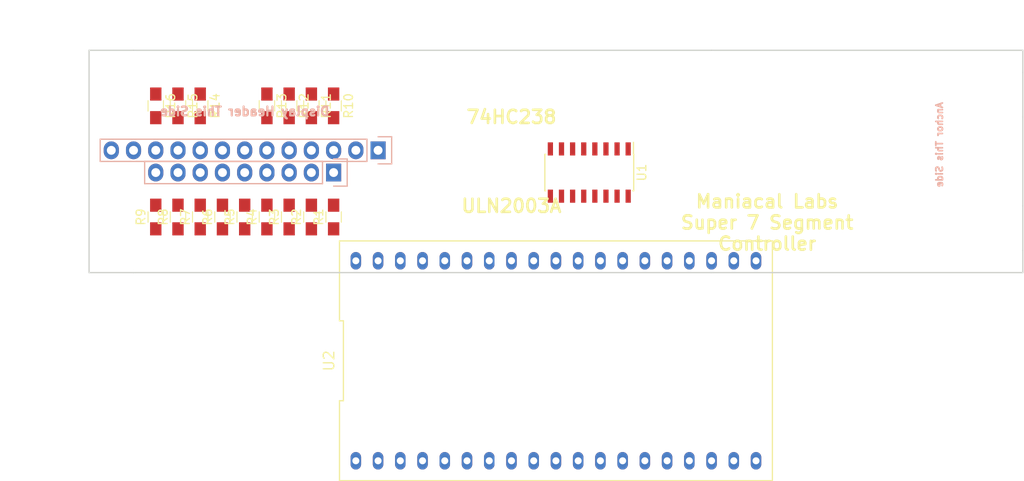
<source format=kicad_pcb>
(kicad_pcb (version 4) (host pcbnew 4.0.7)

  (general
    (links 46)
    (no_connects 46)
    (area 69.139999 53.264999 175.970001 78.815001)
    (thickness 1.6)
    (drawings 19)
    (tracks 0)
    (zones 0)
    (modules 20)
    (nets 62)
  )

  (page A3)
  (layers
    (0 F.Cu signal)
    (31 B.Cu signal)
    (32 B.Adhes user)
    (33 F.Adhes user)
    (34 B.Paste user)
    (35 F.Paste user)
    (36 B.SilkS user)
    (37 F.SilkS user)
    (38 B.Mask user)
    (39 F.Mask user)
    (40 Dwgs.User user)
    (41 Cmts.User user)
    (42 Eco1.User user)
    (43 Eco2.User user)
    (44 Edge.Cuts user)
    (45 Margin user)
    (46 B.CrtYd user hide)
    (47 F.CrtYd user hide)
    (48 B.Fab user)
    (49 F.Fab user)
  )

  (setup
    (last_trace_width 0.1524)
    (trace_clearance 0.1524)
    (zone_clearance 0.508)
    (zone_45_only no)
    (trace_min 0.1524)
    (segment_width 0.2)
    (edge_width 0.15)
    (via_size 0.6858)
    (via_drill 0.3302)
    (via_min_size 0.6858)
    (via_min_drill 0.3302)
    (uvia_size 0.2794)
    (uvia_drill 0.1016)
    (uvias_allowed no)
    (uvia_min_size 0.2794)
    (uvia_min_drill 0.1016)
    (pcb_text_width 0.3)
    (pcb_text_size 1.5 1.5)
    (mod_edge_width 0.15)
    (mod_text_size 1 1)
    (mod_text_width 0.15)
    (pad_size 1.7272 2.032)
    (pad_drill 1.016)
    (pad_to_mask_clearance 0.2)
    (aux_axis_origin 0 0)
    (grid_origin 277.495 172.72)
    (visible_elements 7FFFFF7F)
    (pcbplotparams
      (layerselection 0x010f0_80000001)
      (usegerberextensions false)
      (excludeedgelayer true)
      (linewidth 0.100000)
      (plotframeref false)
      (viasonmask false)
      (mode 1)
      (useauxorigin false)
      (hpglpennumber 1)
      (hpglpenspeed 20)
      (hpglpendiameter 15)
      (hpglpenoverlay 2)
      (psnegative false)
      (psa4output false)
      (plotreference true)
      (plotvalue true)
      (plotinvisibletext false)
      (padsonsilk false)
      (subtractmaskfromsilk false)
      (outputformat 1)
      (mirror false)
      (drillshape 0)
      (scaleselection 1)
      (outputdirectory gerber/))
  )

  (net 0 "")
  (net 1 GND)
  (net 2 VCC)
  (net 3 DC_1)
  (net 4 DC_2)
  (net 5 DC_3)
  (net 6 H_F1)
  (net 7 H_G1)
  (net 8 H_A1)
  (net 9 H_B1)
  (net 10 DC_4)
  (net 11 H_F2)
  (net 12 H_A2)
  (net 13 H_B2)
  (net 14 DC_5)
  (net 15 DC_6)
  (net 16 H_E1)
  (net 17 H_D1)
  (net 18 H_C1)
  (net 19 H_DP1)
  (net 20 H_E2)
  (net 21 H_D2)
  (net 22 H_G2)
  (net 23 H_C2)
  (net 24 H_DP2)
  (net 25 "Net-(U1-Pad9)")
  (net 26 "Net-(U1-Pad10)")
  (net 27 "Net-(R1-Pad1)")
  (net 28 "Net-(R2-Pad1)")
  (net 29 "Net-(R3-Pad1)")
  (net 30 "Net-(R4-Pad1)")
  (net 31 "Net-(R5-Pad1)")
  (net 32 "Net-(R6-Pad1)")
  (net 33 "Net-(R7-Pad1)")
  (net 34 "Net-(R8-Pad1)")
  (net 35 "Net-(R9-Pad1)")
  (net 36 "Net-(R10-Pad1)")
  (net 37 "Net-(R11-Pad1)")
  (net 38 "Net-(R12-Pad1)")
  (net 39 "Net-(R13-Pad1)")
  (net 40 "Net-(R14-Pad1)")
  (net 41 "Net-(R15-Pad1)")
  (net 42 "Net-(R16-Pad1)")
  (net 43 "Net-(U1-Pad1)")
  (net 44 "Net-(U1-Pad2)")
  (net 45 "Net-(U1-Pad3)")
  (net 46 "Net-(U1-Pad4)")
  (net 47 "Net-(U1-Pad5)")
  (net 48 "Net-(U1-Pad6)")
  (net 49 "Net-(U1-Pad7)")
  (net 50 "Net-(U2-Pad2)")
  (net 51 "Net-(U2-Pad3)")
  (net 52 "Net-(U2-Pad35)")
  (net 53 "Net-(U2-Pad4)")
  (net 54 "Net-(U2-Pad34)")
  (net 55 "Net-(U2-Pad16)")
  (net 56 "Net-(U2-Pad22)")
  (net 57 "Net-(U2-Pad17)")
  (net 58 "Net-(U2-Pad21)")
  (net 59 "Net-(U2-Pad18)")
  (net 60 "Net-(U2-Pad20)")
  (net 61 "Net-(U2-Pad19)")

  (net_class Default "This is the default net class."
    (clearance 0.1524)
    (trace_width 0.1524)
    (via_dia 0.6858)
    (via_drill 0.3302)
    (uvia_dia 0.2794)
    (uvia_drill 0.1016)
    (add_net H_A1)
    (add_net H_A2)
    (add_net H_B1)
    (add_net H_B2)
    (add_net H_C1)
    (add_net H_C2)
    (add_net H_D1)
    (add_net H_D2)
    (add_net H_DP1)
    (add_net H_DP2)
    (add_net H_E1)
    (add_net H_E2)
    (add_net H_F1)
    (add_net H_F2)
    (add_net H_G1)
    (add_net H_G2)
    (add_net "Net-(R1-Pad1)")
    (add_net "Net-(R10-Pad1)")
    (add_net "Net-(R11-Pad1)")
    (add_net "Net-(R12-Pad1)")
    (add_net "Net-(R13-Pad1)")
    (add_net "Net-(R14-Pad1)")
    (add_net "Net-(R15-Pad1)")
    (add_net "Net-(R16-Pad1)")
    (add_net "Net-(R2-Pad1)")
    (add_net "Net-(R3-Pad1)")
    (add_net "Net-(R4-Pad1)")
    (add_net "Net-(R5-Pad1)")
    (add_net "Net-(R6-Pad1)")
    (add_net "Net-(R7-Pad1)")
    (add_net "Net-(R8-Pad1)")
    (add_net "Net-(R9-Pad1)")
    (add_net "Net-(U1-Pad1)")
    (add_net "Net-(U1-Pad10)")
    (add_net "Net-(U1-Pad2)")
    (add_net "Net-(U1-Pad3)")
    (add_net "Net-(U1-Pad4)")
    (add_net "Net-(U1-Pad5)")
    (add_net "Net-(U1-Pad6)")
    (add_net "Net-(U1-Pad7)")
    (add_net "Net-(U1-Pad9)")
    (add_net "Net-(U2-Pad16)")
    (add_net "Net-(U2-Pad17)")
    (add_net "Net-(U2-Pad18)")
    (add_net "Net-(U2-Pad19)")
    (add_net "Net-(U2-Pad2)")
    (add_net "Net-(U2-Pad20)")
    (add_net "Net-(U2-Pad21)")
    (add_net "Net-(U2-Pad22)")
    (add_net "Net-(U2-Pad3)")
    (add_net "Net-(U2-Pad34)")
    (add_net "Net-(U2-Pad35)")
    (add_net "Net-(U2-Pad4)")
  )

  (net_class "LED Power" ""
    (clearance 0.1524)
    (trace_width 0.254)
    (via_dia 0.6858)
    (via_drill 0.3302)
    (uvia_dia 0.2794)
    (uvia_drill 0.1016)
    (add_net DC_1)
    (add_net DC_2)
    (add_net DC_3)
    (add_net DC_4)
    (add_net DC_5)
    (add_net DC_6)
    (add_net GND)
    (add_net VCC)
  )

  (module Socket_Strips:Socket_Strip_Straight_1x13 (layer B.Cu) (tedit 5867003D) (tstamp 58667358)
    (at 102.235 64.77 180)
    (descr "Through hole socket strip")
    (tags "socket strip")
    (path /5867A2A3)
    (fp_text reference P3 (at -2.54 0 180) (layer B.SilkS) hide
      (effects (font (size 1 1) (thickness 0.15)) (justify mirror))
    )
    (fp_text value CONN_01X13 (at 0 3.1 180) (layer B.Fab) hide
      (effects (font (size 1 1) (thickness 0.15)) (justify mirror))
    )
    (fp_line (start -1.75 1.75) (end -1.75 -1.75) (layer B.CrtYd) (width 0.05))
    (fp_line (start 32.25 1.75) (end 32.25 -1.75) (layer B.CrtYd) (width 0.05))
    (fp_line (start -1.75 1.75) (end 32.25 1.75) (layer B.CrtYd) (width 0.05))
    (fp_line (start -1.75 -1.75) (end 32.25 -1.75) (layer B.CrtYd) (width 0.05))
    (fp_line (start 1.27 1.27) (end 31.75 1.27) (layer B.SilkS) (width 0.15))
    (fp_line (start 31.75 1.27) (end 31.75 -1.27) (layer B.SilkS) (width 0.15))
    (fp_line (start 31.75 -1.27) (end 1.27 -1.27) (layer B.SilkS) (width 0.15))
    (fp_line (start -1.55 -1.55) (end 0 -1.55) (layer B.SilkS) (width 0.15))
    (fp_line (start 1.27 -1.27) (end 1.27 1.27) (layer B.SilkS) (width 0.15))
    (fp_line (start 0 1.55) (end -1.55 1.55) (layer B.SilkS) (width 0.15))
    (fp_line (start -1.55 1.55) (end -1.55 -1.55) (layer B.SilkS) (width 0.15))
    (pad 1 thru_hole rect (at 0 0 180) (size 1.7272 2.032) (drill 1.016) (layers *.Cu *.Mask)
      (net 3 DC_1))
    (pad 2 thru_hole oval (at 2.54 0 180) (size 1.7272 2.032) (drill 1.016) (layers *.Cu *.Mask)
      (net 4 DC_2))
    (pad 3 thru_hole oval (at 5.08 0 180) (size 1.7272 2.032) (drill 1.016) (layers *.Cu *.Mask)
      (net 6 H_F1))
    (pad 4 thru_hole oval (at 7.62 0 180) (size 1.7272 2.032) (drill 1.016) (layers *.Cu *.Mask)
      (net 7 H_G1))
    (pad 5 thru_hole oval (at 10.16 0 180) (size 1.7272 2.032) (drill 1.016) (layers *.Cu *.Mask)
      (net 8 H_A1))
    (pad 6 thru_hole oval (at 12.7 0 180) (size 1.7272 2.032) (drill 1.016) (layers *.Cu *.Mask)
      (net 9 H_B1))
    (pad 7 thru_hole oval (at 15.24 0 180) (size 1.7272 2.032) (drill 1.016) (layers *.Cu *.Mask)
      (net 5 DC_3))
    (pad 8 thru_hole oval (at 17.78 0 180) (size 1.7272 2.032) (drill 1.016) (layers *.Cu *.Mask)
      (net 10 DC_4))
    (pad 9 thru_hole oval (at 20.32 0 180) (size 1.7272 2.032) (drill 1.016) (layers *.Cu *.Mask)
      (net 11 H_F2))
    (pad 10 thru_hole oval (at 22.86 0 180) (size 1.7272 2.032) (drill 1.016) (layers *.Cu *.Mask)
      (net 12 H_A2))
    (pad 11 thru_hole oval (at 25.4 0 180) (size 1.7272 2.032) (drill 1.016) (layers *.Cu *.Mask)
      (net 13 H_B2))
    (pad 12 thru_hole oval (at 27.94 0 180) (size 1.7272 2.032) (drill 1.016) (layers *.Cu *.Mask)
      (net 14 DC_5))
    (pad 13 thru_hole oval (at 30.48 0 180) (size 1.7272 2.032) (drill 1.016) (layers *.Cu *.Mask)
      (net 15 DC_6))
    (model Socket_Strips.3dshapes/Socket_Strip_Straight_1x13.wrl
      (at (xyz 0.6 0 0))
      (scale (xyz 1 1 1))
      (rotate (xyz 0 0 180))
    )
  )

  (module Socket_Strips:Socket_Strip_Straight_1x09 (layer B.Cu) (tedit 58670035) (tstamp 58667370)
    (at 97.155 67.31 180)
    (descr "Through hole socket strip")
    (tags "socket strip")
    (path /5867A59F)
    (fp_text reference P4 (at -2.54 0 180) (layer B.SilkS) hide
      (effects (font (size 1 1) (thickness 0.15)) (justify mirror))
    )
    (fp_text value CONN_01X09 (at 0 3.1 180) (layer B.Fab) hide
      (effects (font (size 1 1) (thickness 0.15)) (justify mirror))
    )
    (fp_line (start -1.75 1.75) (end -1.75 -1.75) (layer B.CrtYd) (width 0.05))
    (fp_line (start 22.1 1.75) (end 22.1 -1.75) (layer B.CrtYd) (width 0.05))
    (fp_line (start -1.75 1.75) (end 22.1 1.75) (layer B.CrtYd) (width 0.05))
    (fp_line (start -1.75 -1.75) (end 22.1 -1.75) (layer B.CrtYd) (width 0.05))
    (fp_line (start 1.27 -1.27) (end 21.59 -1.27) (layer B.SilkS) (width 0.15))
    (fp_line (start 21.59 -1.27) (end 21.59 1.27) (layer B.SilkS) (width 0.15))
    (fp_line (start 21.59 1.27) (end 1.27 1.27) (layer B.SilkS) (width 0.15))
    (fp_line (start -1.55 -1.55) (end 0 -1.55) (layer B.SilkS) (width 0.15))
    (fp_line (start 1.27 -1.27) (end 1.27 1.27) (layer B.SilkS) (width 0.15))
    (fp_line (start 0 1.55) (end -1.55 1.55) (layer B.SilkS) (width 0.15))
    (fp_line (start -1.55 1.55) (end -1.55 -1.55) (layer B.SilkS) (width 0.15))
    (pad 1 thru_hole rect (at 0 0 180) (size 1.7272 2.032) (drill 1.016) (layers *.Cu *.Mask)
      (net 16 H_E1))
    (pad 2 thru_hole oval (at 2.54 0 180) (size 1.7272 2.032) (drill 1.016) (layers *.Cu *.Mask)
      (net 17 H_D1))
    (pad 3 thru_hole oval (at 5.08 0 180) (size 1.7272 2.032) (drill 1.016) (layers *.Cu *.Mask)
      (net 18 H_C1))
    (pad 4 thru_hole oval (at 7.62 0 180) (size 1.7272 2.032) (drill 1.016) (layers *.Cu *.Mask)
      (net 19 H_DP1))
    (pad 5 thru_hole oval (at 10.16 0 180) (size 1.7272 2.032) (drill 1.016) (layers *.Cu *.Mask)
      (net 20 H_E2))
    (pad 6 thru_hole oval (at 12.7 0 180) (size 1.7272 2.032) (drill 1.016) (layers *.Cu *.Mask)
      (net 21 H_D2))
    (pad 7 thru_hole oval (at 15.24 0 180) (size 1.7272 2.032) (drill 1.016) (layers *.Cu *.Mask)
      (net 22 H_G2))
    (pad 8 thru_hole oval (at 17.78 0 180) (size 1.7272 2.032) (drill 1.016) (layers *.Cu *.Mask)
      (net 23 H_C2))
    (pad 9 thru_hole oval (at 20.32 0 180) (size 1.7272 2.032) (drill 1.016) (layers *.Cu *.Mask)
      (net 24 H_DP2))
    (model Socket_Strips.3dshapes/Socket_Strip_Straight_1x09.wrl
      (at (xyz 0.4 0 0))
      (scale (xyz 1 1 1))
      (rotate (xyz 0 0 180))
    )
  )

  (module hiletgo_esp-wroom-32_development_board:hiletgo_esp-wroom-32_development_board (layer F.Cu) (tedit 5A7B7E1D) (tstamp 5A7C4F9D)
    (at 122.555 88.815001)
    (path /5A71DF56)
    (fp_text reference U2 (at -25.93 0 90) (layer F.SilkS)
      (effects (font (size 1.2 1.2) (thickness 0.15)))
    )
    (fp_text value HiLetgo_ESP-WROOM-32_Development_Board (at 0 0) (layer F.Fab)
      (effects (font (size 1.2 1.2) (thickness 0.15)))
    )
    (fp_line (start -24.73 13.694999) (end 24.73 13.695) (layer F.SilkS) (width 0.15))
    (fp_line (start 24.73 13.695) (end 24.73 -13.694999) (layer F.SilkS) (width 0.15))
    (fp_line (start 24.73 -13.694999) (end -24.73 -13.695) (layer F.SilkS) (width 0.15))
    (fp_line (start -24.73 -13.695) (end -24.73 -4.565) (layer F.SilkS) (width 0.15))
    (fp_line (start -24.73 -4.565) (end -24.28 -4.565) (layer F.SilkS) (width 0.15))
    (fp_line (start -24.28 -4.565) (end -24.28 4.564999) (layer F.SilkS) (width 0.15))
    (fp_line (start -24.28 4.564999) (end -24.73 4.564999) (layer F.SilkS) (width 0.15))
    (fp_line (start -24.73 4.564999) (end -24.73 13.694999) (layer F.SilkS) (width 0.15))
    (pad 38 thru_hole oval (at -22.86 -11.425) (size 1.2 2) (drill 0.8) (layers *.Cu *.Mask)
      (net 38 "Net-(R12-Pad1)"))
    (pad 1 thru_hole oval (at -22.86 11.425) (size 1.2 2) (drill 0.8) (layers *.Cu *.Mask)
      (net 2 VCC))
    (pad 37 thru_hole oval (at -20.32 -11.425) (size 1.2 2) (drill 0.8) (layers *.Cu *.Mask))
    (pad 2 thru_hole oval (at -20.32 11.425) (size 1.2 2) (drill 0.8) (layers *.Cu *.Mask)
      (net 50 "Net-(U2-Pad2)"))
    (pad 36 thru_hole oval (at -17.78 -11.425) (size 1.2 2) (drill 0.8) (layers *.Cu *.Mask)
      (net 39 "Net-(R13-Pad1)"))
    (pad 3 thru_hole oval (at -17.78 11.425) (size 1.2 2) (drill 0.8) (layers *.Cu *.Mask)
      (net 51 "Net-(U2-Pad3)"))
    (pad 35 thru_hole oval (at -15.24 -11.425) (size 1.2 2) (drill 0.8) (layers *.Cu *.Mask)
      (net 52 "Net-(U2-Pad35)"))
    (pad 4 thru_hole oval (at -15.24 11.425) (size 1.2 2) (drill 0.8) (layers *.Cu *.Mask)
      (net 53 "Net-(U2-Pad4)"))
    (pad 34 thru_hole oval (at -12.7 -11.425) (size 1.2 2) (drill 0.8) (layers *.Cu *.Mask)
      (net 54 "Net-(U2-Pad34)"))
    (pad 5 thru_hole oval (at -12.7 11.425) (size 1.2 2) (drill 0.8) (layers *.Cu *.Mask)
      (net 31 "Net-(R5-Pad1)"))
    (pad 33 thru_hole oval (at -10.16 -11.425) (size 1.2 2) (drill 0.8) (layers *.Cu *.Mask)
      (net 29 "Net-(R3-Pad1)"))
    (pad 6 thru_hole oval (at -10.16 11.425) (size 1.2 2) (drill 0.8) (layers *.Cu *.Mask)
      (net 40 "Net-(R14-Pad1)"))
    (pad 32 thru_hole oval (at -7.62 -11.425) (size 1.2 2) (drill 0.8) (layers *.Cu *.Mask)
      (net 1 GND))
    (pad 7 thru_hole oval (at -7.62 11.425) (size 1.2 2) (drill 0.8) (layers *.Cu *.Mask)
      (net 33 "Net-(R7-Pad1)"))
    (pad 31 thru_hole oval (at -5.08 -11.425) (size 1.2 2) (drill 0.8) (layers *.Cu *.Mask)
      (net 28 "Net-(R2-Pad1)"))
    (pad 8 thru_hole oval (at -5.08 11.425) (size 1.2 2) (drill 0.8) (layers *.Cu *.Mask)
      (net 35 "Net-(R9-Pad1)"))
    (pad 30 thru_hole oval (at -2.54 -11.425) (size 1.2 2) (drill 0.8) (layers *.Cu *.Mask)
      (net 27 "Net-(R1-Pad1)"))
    (pad 9 thru_hole oval (at -2.54 11.425) (size 1.2 2) (drill 0.8) (layers *.Cu *.Mask)
      (net 48 "Net-(U1-Pad6)"))
    (pad 29 thru_hole oval (at 0 -11.425) (size 1.2 2) (drill 0.8) (layers *.Cu *.Mask)
      (net 36 "Net-(R10-Pad1)"))
    (pad 10 thru_hole oval (at 0 11.425) (size 1.2 2) (drill 0.8) (layers *.Cu *.Mask)
      (net 47 "Net-(U1-Pad5)"))
    (pad 28 thru_hole oval (at 2.54 -11.425) (size 1.2 2) (drill 0.8) (layers *.Cu *.Mask)
      (net 37 "Net-(R11-Pad1)"))
    (pad 11 thru_hole oval (at 2.54 11.425) (size 1.2 2) (drill 0.8) (layers *.Cu *.Mask)
      (net 46 "Net-(U1-Pad4)"))
    (pad 27 thru_hole oval (at 5.08 -11.425) (size 1.2 2) (drill 0.8) (layers *.Cu *.Mask)
      (net 30 "Net-(R4-Pad1)"))
    (pad 12 thru_hole oval (at 5.08 11.425) (size 1.2 2) (drill 0.8) (layers *.Cu *.Mask)
      (net 45 "Net-(U1-Pad3)"))
    (pad 26 thru_hole oval (at 7.62 -11.425) (size 1.2 2) (drill 0.8) (layers *.Cu *.Mask)
      (net 41 "Net-(R15-Pad1)"))
    (pad 13 thru_hole oval (at 7.62 11.425) (size 1.2 2) (drill 0.8) (layers *.Cu *.Mask)
      (net 44 "Net-(U1-Pad2)"))
    (pad 25 thru_hole oval (at 10.16 -11.425) (size 1.2 2) (drill 0.8) (layers *.Cu *.Mask)
      (net 42 "Net-(R16-Pad1)"))
    (pad 14 thru_hole oval (at 10.16 11.425) (size 1.2 2) (drill 0.8) (layers *.Cu *.Mask)
      (net 1 GND))
    (pad 24 thru_hole oval (at 12.7 -11.425) (size 1.2 2) (drill 0.8) (layers *.Cu *.Mask)
      (net 34 "Net-(R8-Pad1)"))
    (pad 15 thru_hole oval (at 12.7 11.425) (size 1.2 2) (drill 0.8) (layers *.Cu *.Mask)
      (net 43 "Net-(U1-Pad1)"))
    (pad 23 thru_hole oval (at 15.24 -11.425) (size 1.2 2) (drill 0.8) (layers *.Cu *.Mask)
      (net 32 "Net-(R6-Pad1)"))
    (pad 16 thru_hole oval (at 15.24 11.425) (size 1.2 2) (drill 0.8) (layers *.Cu *.Mask)
      (net 55 "Net-(U2-Pad16)"))
    (pad 22 thru_hole oval (at 17.78 -11.425) (size 1.2 2) (drill 0.8) (layers *.Cu *.Mask)
      (net 56 "Net-(U2-Pad22)"))
    (pad 17 thru_hole oval (at 17.78 11.425) (size 1.2 2) (drill 0.8) (layers *.Cu *.Mask)
      (net 57 "Net-(U2-Pad17)"))
    (pad 21 thru_hole oval (at 20.32 -11.425) (size 1.2 2) (drill 0.8) (layers *.Cu *.Mask)
      (net 58 "Net-(U2-Pad21)"))
    (pad 18 thru_hole oval (at 20.32 11.425) (size 1.2 2) (drill 0.8) (layers *.Cu *.Mask)
      (net 59 "Net-(U2-Pad18)"))
    (pad 20 thru_hole oval (at 22.86 -11.425) (size 1.2 2) (drill 0.8) (layers *.Cu *.Mask)
      (net 60 "Net-(U2-Pad20)"))
    (pad 19 thru_hole oval (at 22.86 11.425) (size 1.2 2) (drill 0.8) (layers *.Cu *.Mask)
      (net 61 "Net-(U2-Pad19)"))
  )

  (module Resistors_SMD:R_0805_HandSoldering (layer F.Cu) (tedit 58E0A804) (tstamp 5A7C501E)
    (at 97.155 72.39 90)
    (descr "Resistor SMD 0805, hand soldering")
    (tags "resistor 0805")
    (path /585D9542)
    (attr smd)
    (fp_text reference R1 (at 0 -1.7 90) (layer F.SilkS)
      (effects (font (size 1 1) (thickness 0.15)))
    )
    (fp_text value 120 (at 0 1.75 90) (layer F.Fab)
      (effects (font (size 1 1) (thickness 0.15)))
    )
    (fp_text user %R (at 0 0 90) (layer F.Fab)
      (effects (font (size 0.5 0.5) (thickness 0.075)))
    )
    (fp_line (start -1 0.62) (end -1 -0.62) (layer F.Fab) (width 0.1))
    (fp_line (start 1 0.62) (end -1 0.62) (layer F.Fab) (width 0.1))
    (fp_line (start 1 -0.62) (end 1 0.62) (layer F.Fab) (width 0.1))
    (fp_line (start -1 -0.62) (end 1 -0.62) (layer F.Fab) (width 0.1))
    (fp_line (start 0.6 0.88) (end -0.6 0.88) (layer F.SilkS) (width 0.12))
    (fp_line (start -0.6 -0.88) (end 0.6 -0.88) (layer F.SilkS) (width 0.12))
    (fp_line (start -2.35 -0.9) (end 2.35 -0.9) (layer F.CrtYd) (width 0.05))
    (fp_line (start -2.35 -0.9) (end -2.35 0.9) (layer F.CrtYd) (width 0.05))
    (fp_line (start 2.35 0.9) (end 2.35 -0.9) (layer F.CrtYd) (width 0.05))
    (fp_line (start 2.35 0.9) (end -2.35 0.9) (layer F.CrtYd) (width 0.05))
    (pad 1 smd rect (at -1.35 0 90) (size 1.5 1.3) (layers F.Cu F.Paste F.Mask)
      (net 27 "Net-(R1-Pad1)"))
    (pad 2 smd rect (at 1.35 0 90) (size 1.5 1.3) (layers F.Cu F.Paste F.Mask)
      (net 16 H_E1))
    (model ${KISYS3DMOD}/Resistors_SMD.3dshapes/R_0805.wrl
      (at (xyz 0 0 0))
      (scale (xyz 1 1 1))
      (rotate (xyz 0 0 0))
    )
  )

  (module Resistors_SMD:R_0805_HandSoldering (layer F.Cu) (tedit 58E0A804) (tstamp 5A7C5023)
    (at 94.615 72.39 90)
    (descr "Resistor SMD 0805, hand soldering")
    (tags "resistor 0805")
    (path /585D94FD)
    (attr smd)
    (fp_text reference R2 (at 0 -1.7 90) (layer F.SilkS)
      (effects (font (size 1 1) (thickness 0.15)))
    )
    (fp_text value 120 (at 0 1.75 90) (layer F.Fab)
      (effects (font (size 1 1) (thickness 0.15)))
    )
    (fp_text user %R (at 0 0 90) (layer F.Fab)
      (effects (font (size 0.5 0.5) (thickness 0.075)))
    )
    (fp_line (start -1 0.62) (end -1 -0.62) (layer F.Fab) (width 0.1))
    (fp_line (start 1 0.62) (end -1 0.62) (layer F.Fab) (width 0.1))
    (fp_line (start 1 -0.62) (end 1 0.62) (layer F.Fab) (width 0.1))
    (fp_line (start -1 -0.62) (end 1 -0.62) (layer F.Fab) (width 0.1))
    (fp_line (start 0.6 0.88) (end -0.6 0.88) (layer F.SilkS) (width 0.12))
    (fp_line (start -0.6 -0.88) (end 0.6 -0.88) (layer F.SilkS) (width 0.12))
    (fp_line (start -2.35 -0.9) (end 2.35 -0.9) (layer F.CrtYd) (width 0.05))
    (fp_line (start -2.35 -0.9) (end -2.35 0.9) (layer F.CrtYd) (width 0.05))
    (fp_line (start 2.35 0.9) (end 2.35 -0.9) (layer F.CrtYd) (width 0.05))
    (fp_line (start 2.35 0.9) (end -2.35 0.9) (layer F.CrtYd) (width 0.05))
    (pad 1 smd rect (at -1.35 0 90) (size 1.5 1.3) (layers F.Cu F.Paste F.Mask)
      (net 28 "Net-(R2-Pad1)"))
    (pad 2 smd rect (at 1.35 0 90) (size 1.5 1.3) (layers F.Cu F.Paste F.Mask)
      (net 17 H_D1))
    (model ${KISYS3DMOD}/Resistors_SMD.3dshapes/R_0805.wrl
      (at (xyz 0 0 0))
      (scale (xyz 1 1 1))
      (rotate (xyz 0 0 0))
    )
  )

  (module Resistors_SMD:R_0805_HandSoldering (layer F.Cu) (tedit 58E0A804) (tstamp 5A7C5028)
    (at 92.075 72.39 90)
    (descr "Resistor SMD 0805, hand soldering")
    (tags "resistor 0805")
    (path /585D94BB)
    (attr smd)
    (fp_text reference R3 (at 0 -1.7 90) (layer F.SilkS)
      (effects (font (size 1 1) (thickness 0.15)))
    )
    (fp_text value 120 (at 0 1.75 90) (layer F.Fab)
      (effects (font (size 1 1) (thickness 0.15)))
    )
    (fp_text user %R (at 0 0 90) (layer F.Fab)
      (effects (font (size 0.5 0.5) (thickness 0.075)))
    )
    (fp_line (start -1 0.62) (end -1 -0.62) (layer F.Fab) (width 0.1))
    (fp_line (start 1 0.62) (end -1 0.62) (layer F.Fab) (width 0.1))
    (fp_line (start 1 -0.62) (end 1 0.62) (layer F.Fab) (width 0.1))
    (fp_line (start -1 -0.62) (end 1 -0.62) (layer F.Fab) (width 0.1))
    (fp_line (start 0.6 0.88) (end -0.6 0.88) (layer F.SilkS) (width 0.12))
    (fp_line (start -0.6 -0.88) (end 0.6 -0.88) (layer F.SilkS) (width 0.12))
    (fp_line (start -2.35 -0.9) (end 2.35 -0.9) (layer F.CrtYd) (width 0.05))
    (fp_line (start -2.35 -0.9) (end -2.35 0.9) (layer F.CrtYd) (width 0.05))
    (fp_line (start 2.35 0.9) (end 2.35 -0.9) (layer F.CrtYd) (width 0.05))
    (fp_line (start 2.35 0.9) (end -2.35 0.9) (layer F.CrtYd) (width 0.05))
    (pad 1 smd rect (at -1.35 0 90) (size 1.5 1.3) (layers F.Cu F.Paste F.Mask)
      (net 29 "Net-(R3-Pad1)"))
    (pad 2 smd rect (at 1.35 0 90) (size 1.5 1.3) (layers F.Cu F.Paste F.Mask)
      (net 18 H_C1))
    (model ${KISYS3DMOD}/Resistors_SMD.3dshapes/R_0805.wrl
      (at (xyz 0 0 0))
      (scale (xyz 1 1 1))
      (rotate (xyz 0 0 0))
    )
  )

  (module Resistors_SMD:R_0805_HandSoldering (layer F.Cu) (tedit 58E0A804) (tstamp 5A7C502D)
    (at 89.535 72.39 90)
    (descr "Resistor SMD 0805, hand soldering")
    (tags "resistor 0805")
    (path /585D9A03)
    (attr smd)
    (fp_text reference R4 (at 0 -1.7 90) (layer F.SilkS)
      (effects (font (size 1 1) (thickness 0.15)))
    )
    (fp_text value 120 (at 0 1.75 90) (layer F.Fab)
      (effects (font (size 1 1) (thickness 0.15)))
    )
    (fp_text user %R (at 0 0 90) (layer F.Fab)
      (effects (font (size 0.5 0.5) (thickness 0.075)))
    )
    (fp_line (start -1 0.62) (end -1 -0.62) (layer F.Fab) (width 0.1))
    (fp_line (start 1 0.62) (end -1 0.62) (layer F.Fab) (width 0.1))
    (fp_line (start 1 -0.62) (end 1 0.62) (layer F.Fab) (width 0.1))
    (fp_line (start -1 -0.62) (end 1 -0.62) (layer F.Fab) (width 0.1))
    (fp_line (start 0.6 0.88) (end -0.6 0.88) (layer F.SilkS) (width 0.12))
    (fp_line (start -0.6 -0.88) (end 0.6 -0.88) (layer F.SilkS) (width 0.12))
    (fp_line (start -2.35 -0.9) (end 2.35 -0.9) (layer F.CrtYd) (width 0.05))
    (fp_line (start -2.35 -0.9) (end -2.35 0.9) (layer F.CrtYd) (width 0.05))
    (fp_line (start 2.35 0.9) (end 2.35 -0.9) (layer F.CrtYd) (width 0.05))
    (fp_line (start 2.35 0.9) (end -2.35 0.9) (layer F.CrtYd) (width 0.05))
    (pad 1 smd rect (at -1.35 0 90) (size 1.5 1.3) (layers F.Cu F.Paste F.Mask)
      (net 30 "Net-(R4-Pad1)"))
    (pad 2 smd rect (at 1.35 0 90) (size 1.5 1.3) (layers F.Cu F.Paste F.Mask)
      (net 19 H_DP1))
    (model ${KISYS3DMOD}/Resistors_SMD.3dshapes/R_0805.wrl
      (at (xyz 0 0 0))
      (scale (xyz 1 1 1))
      (rotate (xyz 0 0 0))
    )
  )

  (module Resistors_SMD:R_0805_HandSoldering (layer F.Cu) (tedit 58E0A804) (tstamp 5A7C5032)
    (at 86.995 72.39 90)
    (descr "Resistor SMD 0805, hand soldering")
    (tags "resistor 0805")
    (path /585DBA13)
    (attr smd)
    (fp_text reference R5 (at 0 -1.7 90) (layer F.SilkS)
      (effects (font (size 1 1) (thickness 0.15)))
    )
    (fp_text value 120 (at 0 1.75 90) (layer F.Fab)
      (effects (font (size 1 1) (thickness 0.15)))
    )
    (fp_text user %R (at 0 0 90) (layer F.Fab)
      (effects (font (size 0.5 0.5) (thickness 0.075)))
    )
    (fp_line (start -1 0.62) (end -1 -0.62) (layer F.Fab) (width 0.1))
    (fp_line (start 1 0.62) (end -1 0.62) (layer F.Fab) (width 0.1))
    (fp_line (start 1 -0.62) (end 1 0.62) (layer F.Fab) (width 0.1))
    (fp_line (start -1 -0.62) (end 1 -0.62) (layer F.Fab) (width 0.1))
    (fp_line (start 0.6 0.88) (end -0.6 0.88) (layer F.SilkS) (width 0.12))
    (fp_line (start -0.6 -0.88) (end 0.6 -0.88) (layer F.SilkS) (width 0.12))
    (fp_line (start -2.35 -0.9) (end 2.35 -0.9) (layer F.CrtYd) (width 0.05))
    (fp_line (start -2.35 -0.9) (end -2.35 0.9) (layer F.CrtYd) (width 0.05))
    (fp_line (start 2.35 0.9) (end 2.35 -0.9) (layer F.CrtYd) (width 0.05))
    (fp_line (start 2.35 0.9) (end -2.35 0.9) (layer F.CrtYd) (width 0.05))
    (pad 1 smd rect (at -1.35 0 90) (size 1.5 1.3) (layers F.Cu F.Paste F.Mask)
      (net 31 "Net-(R5-Pad1)"))
    (pad 2 smd rect (at 1.35 0 90) (size 1.5 1.3) (layers F.Cu F.Paste F.Mask)
      (net 20 H_E2))
    (model ${KISYS3DMOD}/Resistors_SMD.3dshapes/R_0805.wrl
      (at (xyz 0 0 0))
      (scale (xyz 1 1 1))
      (rotate (xyz 0 0 0))
    )
  )

  (module Resistors_SMD:R_0805_HandSoldering (layer F.Cu) (tedit 58E0A804) (tstamp 5A7C5037)
    (at 84.455 72.39 90)
    (descr "Resistor SMD 0805, hand soldering")
    (tags "resistor 0805")
    (path /585DBA0D)
    (attr smd)
    (fp_text reference R6 (at 0 -1.7 90) (layer F.SilkS)
      (effects (font (size 1 1) (thickness 0.15)))
    )
    (fp_text value 120 (at 0 1.75 90) (layer F.Fab)
      (effects (font (size 1 1) (thickness 0.15)))
    )
    (fp_text user %R (at 0 0 90) (layer F.Fab)
      (effects (font (size 0.5 0.5) (thickness 0.075)))
    )
    (fp_line (start -1 0.62) (end -1 -0.62) (layer F.Fab) (width 0.1))
    (fp_line (start 1 0.62) (end -1 0.62) (layer F.Fab) (width 0.1))
    (fp_line (start 1 -0.62) (end 1 0.62) (layer F.Fab) (width 0.1))
    (fp_line (start -1 -0.62) (end 1 -0.62) (layer F.Fab) (width 0.1))
    (fp_line (start 0.6 0.88) (end -0.6 0.88) (layer F.SilkS) (width 0.12))
    (fp_line (start -0.6 -0.88) (end 0.6 -0.88) (layer F.SilkS) (width 0.12))
    (fp_line (start -2.35 -0.9) (end 2.35 -0.9) (layer F.CrtYd) (width 0.05))
    (fp_line (start -2.35 -0.9) (end -2.35 0.9) (layer F.CrtYd) (width 0.05))
    (fp_line (start 2.35 0.9) (end 2.35 -0.9) (layer F.CrtYd) (width 0.05))
    (fp_line (start 2.35 0.9) (end -2.35 0.9) (layer F.CrtYd) (width 0.05))
    (pad 1 smd rect (at -1.35 0 90) (size 1.5 1.3) (layers F.Cu F.Paste F.Mask)
      (net 32 "Net-(R6-Pad1)"))
    (pad 2 smd rect (at 1.35 0 90) (size 1.5 1.3) (layers F.Cu F.Paste F.Mask)
      (net 21 H_D2))
    (model ${KISYS3DMOD}/Resistors_SMD.3dshapes/R_0805.wrl
      (at (xyz 0 0 0))
      (scale (xyz 1 1 1))
      (rotate (xyz 0 0 0))
    )
  )

  (module Resistors_SMD:R_0805_HandSoldering (layer F.Cu) (tedit 58E0A804) (tstamp 5A7C503C)
    (at 81.915 72.39 90)
    (descr "Resistor SMD 0805, hand soldering")
    (tags "resistor 0805")
    (path /585DBA1F)
    (attr smd)
    (fp_text reference R7 (at 0 -1.7 90) (layer F.SilkS)
      (effects (font (size 1 1) (thickness 0.15)))
    )
    (fp_text value 120 (at 0 1.75 90) (layer F.Fab)
      (effects (font (size 1 1) (thickness 0.15)))
    )
    (fp_text user %R (at 0 0 90) (layer F.Fab)
      (effects (font (size 0.5 0.5) (thickness 0.075)))
    )
    (fp_line (start -1 0.62) (end -1 -0.62) (layer F.Fab) (width 0.1))
    (fp_line (start 1 0.62) (end -1 0.62) (layer F.Fab) (width 0.1))
    (fp_line (start 1 -0.62) (end 1 0.62) (layer F.Fab) (width 0.1))
    (fp_line (start -1 -0.62) (end 1 -0.62) (layer F.Fab) (width 0.1))
    (fp_line (start 0.6 0.88) (end -0.6 0.88) (layer F.SilkS) (width 0.12))
    (fp_line (start -0.6 -0.88) (end 0.6 -0.88) (layer F.SilkS) (width 0.12))
    (fp_line (start -2.35 -0.9) (end 2.35 -0.9) (layer F.CrtYd) (width 0.05))
    (fp_line (start -2.35 -0.9) (end -2.35 0.9) (layer F.CrtYd) (width 0.05))
    (fp_line (start 2.35 0.9) (end 2.35 -0.9) (layer F.CrtYd) (width 0.05))
    (fp_line (start 2.35 0.9) (end -2.35 0.9) (layer F.CrtYd) (width 0.05))
    (pad 1 smd rect (at -1.35 0 90) (size 1.5 1.3) (layers F.Cu F.Paste F.Mask)
      (net 33 "Net-(R7-Pad1)"))
    (pad 2 smd rect (at 1.35 0 90) (size 1.5 1.3) (layers F.Cu F.Paste F.Mask)
      (net 22 H_G2))
    (model ${KISYS3DMOD}/Resistors_SMD.3dshapes/R_0805.wrl
      (at (xyz 0 0 0))
      (scale (xyz 1 1 1))
      (rotate (xyz 0 0 0))
    )
  )

  (module Resistors_SMD:R_0805_HandSoldering (layer F.Cu) (tedit 58E0A804) (tstamp 5A7C5041)
    (at 79.375 72.39 90)
    (descr "Resistor SMD 0805, hand soldering")
    (tags "resistor 0805")
    (path /585DBA07)
    (attr smd)
    (fp_text reference R8 (at 0 -1.7 90) (layer F.SilkS)
      (effects (font (size 1 1) (thickness 0.15)))
    )
    (fp_text value 120 (at 0 1.75 90) (layer F.Fab)
      (effects (font (size 1 1) (thickness 0.15)))
    )
    (fp_text user %R (at 0 0 90) (layer F.Fab)
      (effects (font (size 0.5 0.5) (thickness 0.075)))
    )
    (fp_line (start -1 0.62) (end -1 -0.62) (layer F.Fab) (width 0.1))
    (fp_line (start 1 0.62) (end -1 0.62) (layer F.Fab) (width 0.1))
    (fp_line (start 1 -0.62) (end 1 0.62) (layer F.Fab) (width 0.1))
    (fp_line (start -1 -0.62) (end 1 -0.62) (layer F.Fab) (width 0.1))
    (fp_line (start 0.6 0.88) (end -0.6 0.88) (layer F.SilkS) (width 0.12))
    (fp_line (start -0.6 -0.88) (end 0.6 -0.88) (layer F.SilkS) (width 0.12))
    (fp_line (start -2.35 -0.9) (end 2.35 -0.9) (layer F.CrtYd) (width 0.05))
    (fp_line (start -2.35 -0.9) (end -2.35 0.9) (layer F.CrtYd) (width 0.05))
    (fp_line (start 2.35 0.9) (end 2.35 -0.9) (layer F.CrtYd) (width 0.05))
    (fp_line (start 2.35 0.9) (end -2.35 0.9) (layer F.CrtYd) (width 0.05))
    (pad 1 smd rect (at -1.35 0 90) (size 1.5 1.3) (layers F.Cu F.Paste F.Mask)
      (net 34 "Net-(R8-Pad1)"))
    (pad 2 smd rect (at 1.35 0 90) (size 1.5 1.3) (layers F.Cu F.Paste F.Mask)
      (net 23 H_C2))
    (model ${KISYS3DMOD}/Resistors_SMD.3dshapes/R_0805.wrl
      (at (xyz 0 0 0))
      (scale (xyz 1 1 1))
      (rotate (xyz 0 0 0))
    )
  )

  (module Resistors_SMD:R_0805_HandSoldering (layer F.Cu) (tedit 58E0A804) (tstamp 5A7C5046)
    (at 76.835 72.39 90)
    (descr "Resistor SMD 0805, hand soldering")
    (tags "resistor 0805")
    (path /585DBA25)
    (attr smd)
    (fp_text reference R9 (at 0 -1.7 90) (layer F.SilkS)
      (effects (font (size 1 1) (thickness 0.15)))
    )
    (fp_text value 120 (at 0 1.75 90) (layer F.Fab)
      (effects (font (size 1 1) (thickness 0.15)))
    )
    (fp_text user %R (at 0 0 90) (layer F.Fab)
      (effects (font (size 0.5 0.5) (thickness 0.075)))
    )
    (fp_line (start -1 0.62) (end -1 -0.62) (layer F.Fab) (width 0.1))
    (fp_line (start 1 0.62) (end -1 0.62) (layer F.Fab) (width 0.1))
    (fp_line (start 1 -0.62) (end 1 0.62) (layer F.Fab) (width 0.1))
    (fp_line (start -1 -0.62) (end 1 -0.62) (layer F.Fab) (width 0.1))
    (fp_line (start 0.6 0.88) (end -0.6 0.88) (layer F.SilkS) (width 0.12))
    (fp_line (start -0.6 -0.88) (end 0.6 -0.88) (layer F.SilkS) (width 0.12))
    (fp_line (start -2.35 -0.9) (end 2.35 -0.9) (layer F.CrtYd) (width 0.05))
    (fp_line (start -2.35 -0.9) (end -2.35 0.9) (layer F.CrtYd) (width 0.05))
    (fp_line (start 2.35 0.9) (end 2.35 -0.9) (layer F.CrtYd) (width 0.05))
    (fp_line (start 2.35 0.9) (end -2.35 0.9) (layer F.CrtYd) (width 0.05))
    (pad 1 smd rect (at -1.35 0 90) (size 1.5 1.3) (layers F.Cu F.Paste F.Mask)
      (net 35 "Net-(R9-Pad1)"))
    (pad 2 smd rect (at 1.35 0 90) (size 1.5 1.3) (layers F.Cu F.Paste F.Mask)
      (net 24 H_DP2))
    (model ${KISYS3DMOD}/Resistors_SMD.3dshapes/R_0805.wrl
      (at (xyz 0 0 0))
      (scale (xyz 1 1 1))
      (rotate (xyz 0 0 0))
    )
  )

  (module Resistors_SMD:R_0805_HandSoldering (layer F.Cu) (tedit 58E0A804) (tstamp 5A7C504B)
    (at 97.155 59.69 270)
    (descr "Resistor SMD 0805, hand soldering")
    (tags "resistor 0805")
    (path /585D958A)
    (attr smd)
    (fp_text reference R10 (at 0 -1.7 270) (layer F.SilkS)
      (effects (font (size 1 1) (thickness 0.15)))
    )
    (fp_text value 120 (at 0 1.75 270) (layer F.Fab)
      (effects (font (size 1 1) (thickness 0.15)))
    )
    (fp_text user %R (at 0 0 270) (layer F.Fab)
      (effects (font (size 0.5 0.5) (thickness 0.075)))
    )
    (fp_line (start -1 0.62) (end -1 -0.62) (layer F.Fab) (width 0.1))
    (fp_line (start 1 0.62) (end -1 0.62) (layer F.Fab) (width 0.1))
    (fp_line (start 1 -0.62) (end 1 0.62) (layer F.Fab) (width 0.1))
    (fp_line (start -1 -0.62) (end 1 -0.62) (layer F.Fab) (width 0.1))
    (fp_line (start 0.6 0.88) (end -0.6 0.88) (layer F.SilkS) (width 0.12))
    (fp_line (start -0.6 -0.88) (end 0.6 -0.88) (layer F.SilkS) (width 0.12))
    (fp_line (start -2.35 -0.9) (end 2.35 -0.9) (layer F.CrtYd) (width 0.05))
    (fp_line (start -2.35 -0.9) (end -2.35 0.9) (layer F.CrtYd) (width 0.05))
    (fp_line (start 2.35 0.9) (end 2.35 -0.9) (layer F.CrtYd) (width 0.05))
    (fp_line (start 2.35 0.9) (end -2.35 0.9) (layer F.CrtYd) (width 0.05))
    (pad 1 smd rect (at -1.35 0 270) (size 1.5 1.3) (layers F.Cu F.Paste F.Mask)
      (net 36 "Net-(R10-Pad1)"))
    (pad 2 smd rect (at 1.35 0 270) (size 1.5 1.3) (layers F.Cu F.Paste F.Mask)
      (net 6 H_F1))
    (model ${KISYS3DMOD}/Resistors_SMD.3dshapes/R_0805.wrl
      (at (xyz 0 0 0))
      (scale (xyz 1 1 1))
      (rotate (xyz 0 0 0))
    )
  )

  (module Resistors_SMD:R_0805_HandSoldering (layer F.Cu) (tedit 58E0A804) (tstamp 5A7C5050)
    (at 94.615 59.69 270)
    (descr "Resistor SMD 0805, hand soldering")
    (tags "resistor 0805")
    (path /585D95D5)
    (attr smd)
    (fp_text reference R11 (at 0 -1.7 270) (layer F.SilkS)
      (effects (font (size 1 1) (thickness 0.15)))
    )
    (fp_text value 120 (at 0 1.75 270) (layer F.Fab)
      (effects (font (size 1 1) (thickness 0.15)))
    )
    (fp_text user %R (at 0 0 270) (layer F.Fab)
      (effects (font (size 0.5 0.5) (thickness 0.075)))
    )
    (fp_line (start -1 0.62) (end -1 -0.62) (layer F.Fab) (width 0.1))
    (fp_line (start 1 0.62) (end -1 0.62) (layer F.Fab) (width 0.1))
    (fp_line (start 1 -0.62) (end 1 0.62) (layer F.Fab) (width 0.1))
    (fp_line (start -1 -0.62) (end 1 -0.62) (layer F.Fab) (width 0.1))
    (fp_line (start 0.6 0.88) (end -0.6 0.88) (layer F.SilkS) (width 0.12))
    (fp_line (start -0.6 -0.88) (end 0.6 -0.88) (layer F.SilkS) (width 0.12))
    (fp_line (start -2.35 -0.9) (end 2.35 -0.9) (layer F.CrtYd) (width 0.05))
    (fp_line (start -2.35 -0.9) (end -2.35 0.9) (layer F.CrtYd) (width 0.05))
    (fp_line (start 2.35 0.9) (end 2.35 -0.9) (layer F.CrtYd) (width 0.05))
    (fp_line (start 2.35 0.9) (end -2.35 0.9) (layer F.CrtYd) (width 0.05))
    (pad 1 smd rect (at -1.35 0 270) (size 1.5 1.3) (layers F.Cu F.Paste F.Mask)
      (net 37 "Net-(R11-Pad1)"))
    (pad 2 smd rect (at 1.35 0 270) (size 1.5 1.3) (layers F.Cu F.Paste F.Mask)
      (net 7 H_G1))
    (model ${KISYS3DMOD}/Resistors_SMD.3dshapes/R_0805.wrl
      (at (xyz 0 0 0))
      (scale (xyz 1 1 1))
      (rotate (xyz 0 0 0))
    )
  )

  (module Resistors_SMD:R_0805_HandSoldering (layer F.Cu) (tedit 58E0A804) (tstamp 5A7C5055)
    (at 92.075 59.69 270)
    (descr "Resistor SMD 0805, hand soldering")
    (tags "resistor 0805")
    (path /585D9209)
    (attr smd)
    (fp_text reference R12 (at 0 -1.7 270) (layer F.SilkS)
      (effects (font (size 1 1) (thickness 0.15)))
    )
    (fp_text value 120 (at 0 1.75 270) (layer F.Fab)
      (effects (font (size 1 1) (thickness 0.15)))
    )
    (fp_text user %R (at 0 0 270) (layer F.Fab)
      (effects (font (size 0.5 0.5) (thickness 0.075)))
    )
    (fp_line (start -1 0.62) (end -1 -0.62) (layer F.Fab) (width 0.1))
    (fp_line (start 1 0.62) (end -1 0.62) (layer F.Fab) (width 0.1))
    (fp_line (start 1 -0.62) (end 1 0.62) (layer F.Fab) (width 0.1))
    (fp_line (start -1 -0.62) (end 1 -0.62) (layer F.Fab) (width 0.1))
    (fp_line (start 0.6 0.88) (end -0.6 0.88) (layer F.SilkS) (width 0.12))
    (fp_line (start -0.6 -0.88) (end 0.6 -0.88) (layer F.SilkS) (width 0.12))
    (fp_line (start -2.35 -0.9) (end 2.35 -0.9) (layer F.CrtYd) (width 0.05))
    (fp_line (start -2.35 -0.9) (end -2.35 0.9) (layer F.CrtYd) (width 0.05))
    (fp_line (start 2.35 0.9) (end 2.35 -0.9) (layer F.CrtYd) (width 0.05))
    (fp_line (start 2.35 0.9) (end -2.35 0.9) (layer F.CrtYd) (width 0.05))
    (pad 1 smd rect (at -1.35 0 270) (size 1.5 1.3) (layers F.Cu F.Paste F.Mask)
      (net 38 "Net-(R12-Pad1)"))
    (pad 2 smd rect (at 1.35 0 270) (size 1.5 1.3) (layers F.Cu F.Paste F.Mask)
      (net 8 H_A1))
    (model ${KISYS3DMOD}/Resistors_SMD.3dshapes/R_0805.wrl
      (at (xyz 0 0 0))
      (scale (xyz 1 1 1))
      (rotate (xyz 0 0 0))
    )
  )

  (module Resistors_SMD:R_0805_HandSoldering (layer F.Cu) (tedit 58E0A804) (tstamp 5A7C505A)
    (at 89.535 59.69 270)
    (descr "Resistor SMD 0805, hand soldering")
    (tags "resistor 0805")
    (path /585D9465)
    (attr smd)
    (fp_text reference R13 (at 0 -1.7 270) (layer F.SilkS)
      (effects (font (size 1 1) (thickness 0.15)))
    )
    (fp_text value 120 (at 0 1.75 270) (layer F.Fab)
      (effects (font (size 1 1) (thickness 0.15)))
    )
    (fp_text user %R (at 0 0 270) (layer F.Fab)
      (effects (font (size 0.5 0.5) (thickness 0.075)))
    )
    (fp_line (start -1 0.62) (end -1 -0.62) (layer F.Fab) (width 0.1))
    (fp_line (start 1 0.62) (end -1 0.62) (layer F.Fab) (width 0.1))
    (fp_line (start 1 -0.62) (end 1 0.62) (layer F.Fab) (width 0.1))
    (fp_line (start -1 -0.62) (end 1 -0.62) (layer F.Fab) (width 0.1))
    (fp_line (start 0.6 0.88) (end -0.6 0.88) (layer F.SilkS) (width 0.12))
    (fp_line (start -0.6 -0.88) (end 0.6 -0.88) (layer F.SilkS) (width 0.12))
    (fp_line (start -2.35 -0.9) (end 2.35 -0.9) (layer F.CrtYd) (width 0.05))
    (fp_line (start -2.35 -0.9) (end -2.35 0.9) (layer F.CrtYd) (width 0.05))
    (fp_line (start 2.35 0.9) (end 2.35 -0.9) (layer F.CrtYd) (width 0.05))
    (fp_line (start 2.35 0.9) (end -2.35 0.9) (layer F.CrtYd) (width 0.05))
    (pad 1 smd rect (at -1.35 0 270) (size 1.5 1.3) (layers F.Cu F.Paste F.Mask)
      (net 39 "Net-(R13-Pad1)"))
    (pad 2 smd rect (at 1.35 0 270) (size 1.5 1.3) (layers F.Cu F.Paste F.Mask)
      (net 9 H_B1))
    (model ${KISYS3DMOD}/Resistors_SMD.3dshapes/R_0805.wrl
      (at (xyz 0 0 0))
      (scale (xyz 1 1 1))
      (rotate (xyz 0 0 0))
    )
  )

  (module Resistors_SMD:R_0805_HandSoldering (layer F.Cu) (tedit 58E0A804) (tstamp 5A7C505F)
    (at 81.915 59.69 270)
    (descr "Resistor SMD 0805, hand soldering")
    (tags "resistor 0805")
    (path /585DBA19)
    (attr smd)
    (fp_text reference R14 (at 0 -1.7 270) (layer F.SilkS)
      (effects (font (size 1 1) (thickness 0.15)))
    )
    (fp_text value 120 (at 0 1.75 270) (layer F.Fab)
      (effects (font (size 1 1) (thickness 0.15)))
    )
    (fp_text user %R (at 0 0 270) (layer F.Fab)
      (effects (font (size 0.5 0.5) (thickness 0.075)))
    )
    (fp_line (start -1 0.62) (end -1 -0.62) (layer F.Fab) (width 0.1))
    (fp_line (start 1 0.62) (end -1 0.62) (layer F.Fab) (width 0.1))
    (fp_line (start 1 -0.62) (end 1 0.62) (layer F.Fab) (width 0.1))
    (fp_line (start -1 -0.62) (end 1 -0.62) (layer F.Fab) (width 0.1))
    (fp_line (start 0.6 0.88) (end -0.6 0.88) (layer F.SilkS) (width 0.12))
    (fp_line (start -0.6 -0.88) (end 0.6 -0.88) (layer F.SilkS) (width 0.12))
    (fp_line (start -2.35 -0.9) (end 2.35 -0.9) (layer F.CrtYd) (width 0.05))
    (fp_line (start -2.35 -0.9) (end -2.35 0.9) (layer F.CrtYd) (width 0.05))
    (fp_line (start 2.35 0.9) (end 2.35 -0.9) (layer F.CrtYd) (width 0.05))
    (fp_line (start 2.35 0.9) (end -2.35 0.9) (layer F.CrtYd) (width 0.05))
    (pad 1 smd rect (at -1.35 0 270) (size 1.5 1.3) (layers F.Cu F.Paste F.Mask)
      (net 40 "Net-(R14-Pad1)"))
    (pad 2 smd rect (at 1.35 0 270) (size 1.5 1.3) (layers F.Cu F.Paste F.Mask)
      (net 11 H_F2))
    (model ${KISYS3DMOD}/Resistors_SMD.3dshapes/R_0805.wrl
      (at (xyz 0 0 0))
      (scale (xyz 1 1 1))
      (rotate (xyz 0 0 0))
    )
  )

  (module Resistors_SMD:R_0805_HandSoldering (layer F.Cu) (tedit 58E0A804) (tstamp 5A7C5064)
    (at 79.375 59.69 270)
    (descr "Resistor SMD 0805, hand soldering")
    (tags "resistor 0805")
    (path /585DB9FB)
    (attr smd)
    (fp_text reference R15 (at 0 -1.7 270) (layer F.SilkS)
      (effects (font (size 1 1) (thickness 0.15)))
    )
    (fp_text value 120 (at 0 1.75 270) (layer F.Fab)
      (effects (font (size 1 1) (thickness 0.15)))
    )
    (fp_text user %R (at 0 0 270) (layer F.Fab)
      (effects (font (size 0.5 0.5) (thickness 0.075)))
    )
    (fp_line (start -1 0.62) (end -1 -0.62) (layer F.Fab) (width 0.1))
    (fp_line (start 1 0.62) (end -1 0.62) (layer F.Fab) (width 0.1))
    (fp_line (start 1 -0.62) (end 1 0.62) (layer F.Fab) (width 0.1))
    (fp_line (start -1 -0.62) (end 1 -0.62) (layer F.Fab) (width 0.1))
    (fp_line (start 0.6 0.88) (end -0.6 0.88) (layer F.SilkS) (width 0.12))
    (fp_line (start -0.6 -0.88) (end 0.6 -0.88) (layer F.SilkS) (width 0.12))
    (fp_line (start -2.35 -0.9) (end 2.35 -0.9) (layer F.CrtYd) (width 0.05))
    (fp_line (start -2.35 -0.9) (end -2.35 0.9) (layer F.CrtYd) (width 0.05))
    (fp_line (start 2.35 0.9) (end 2.35 -0.9) (layer F.CrtYd) (width 0.05))
    (fp_line (start 2.35 0.9) (end -2.35 0.9) (layer F.CrtYd) (width 0.05))
    (pad 1 smd rect (at -1.35 0 270) (size 1.5 1.3) (layers F.Cu F.Paste F.Mask)
      (net 41 "Net-(R15-Pad1)"))
    (pad 2 smd rect (at 1.35 0 270) (size 1.5 1.3) (layers F.Cu F.Paste F.Mask)
      (net 12 H_A2))
    (model ${KISYS3DMOD}/Resistors_SMD.3dshapes/R_0805.wrl
      (at (xyz 0 0 0))
      (scale (xyz 1 1 1))
      (rotate (xyz 0 0 0))
    )
  )

  (module Resistors_SMD:R_0805_HandSoldering (layer F.Cu) (tedit 58E0A804) (tstamp 5A7C5069)
    (at 76.835 59.69 270)
    (descr "Resistor SMD 0805, hand soldering")
    (tags "resistor 0805")
    (path /585DBA01)
    (attr smd)
    (fp_text reference R16 (at 0 -1.7 270) (layer F.SilkS)
      (effects (font (size 1 1) (thickness 0.15)))
    )
    (fp_text value 120 (at 0 1.75 270) (layer F.Fab)
      (effects (font (size 1 1) (thickness 0.15)))
    )
    (fp_text user %R (at 0 0 270) (layer F.Fab)
      (effects (font (size 0.5 0.5) (thickness 0.075)))
    )
    (fp_line (start -1 0.62) (end -1 -0.62) (layer F.Fab) (width 0.1))
    (fp_line (start 1 0.62) (end -1 0.62) (layer F.Fab) (width 0.1))
    (fp_line (start 1 -0.62) (end 1 0.62) (layer F.Fab) (width 0.1))
    (fp_line (start -1 -0.62) (end 1 -0.62) (layer F.Fab) (width 0.1))
    (fp_line (start 0.6 0.88) (end -0.6 0.88) (layer F.SilkS) (width 0.12))
    (fp_line (start -0.6 -0.88) (end 0.6 -0.88) (layer F.SilkS) (width 0.12))
    (fp_line (start -2.35 -0.9) (end 2.35 -0.9) (layer F.CrtYd) (width 0.05))
    (fp_line (start -2.35 -0.9) (end -2.35 0.9) (layer F.CrtYd) (width 0.05))
    (fp_line (start 2.35 0.9) (end 2.35 -0.9) (layer F.CrtYd) (width 0.05))
    (fp_line (start 2.35 0.9) (end -2.35 0.9) (layer F.CrtYd) (width 0.05))
    (pad 1 smd rect (at -1.35 0 270) (size 1.5 1.3) (layers F.Cu F.Paste F.Mask)
      (net 42 "Net-(R16-Pad1)"))
    (pad 2 smd rect (at 1.35 0 270) (size 1.5 1.3) (layers F.Cu F.Paste F.Mask)
      (net 13 H_B2))
    (model ${KISYS3DMOD}/Resistors_SMD.3dshapes/R_0805.wrl
      (at (xyz 0 0 0))
      (scale (xyz 1 1 1))
      (rotate (xyz 0 0 0))
    )
  )

  (module Housings_SOIC:SOIC-16_3.9x9.9mm_Pitch1.27mm (layer F.Cu) (tedit 58CC8F64) (tstamp 5A7C506E)
    (at 126.365 67.31 270)
    (descr "16-Lead Plastic Small Outline (SL) - Narrow, 3.90 mm Body [SOIC] (see Microchip Packaging Specification 00000049BS.pdf)")
    (tags "SOIC 1.27")
    (path /5A72257F)
    (attr smd)
    (fp_text reference U1 (at 0 -6 270) (layer F.SilkS)
      (effects (font (size 1 1) (thickness 0.15)))
    )
    (fp_text value ULN2003A (at 0 6 270) (layer F.Fab)
      (effects (font (size 1 1) (thickness 0.15)))
    )
    (fp_text user %R (at 0 0 270) (layer F.Fab)
      (effects (font (size 0.9 0.9) (thickness 0.135)))
    )
    (fp_line (start -0.95 -4.95) (end 1.95 -4.95) (layer F.Fab) (width 0.15))
    (fp_line (start 1.95 -4.95) (end 1.95 4.95) (layer F.Fab) (width 0.15))
    (fp_line (start 1.95 4.95) (end -1.95 4.95) (layer F.Fab) (width 0.15))
    (fp_line (start -1.95 4.95) (end -1.95 -3.95) (layer F.Fab) (width 0.15))
    (fp_line (start -1.95 -3.95) (end -0.95 -4.95) (layer F.Fab) (width 0.15))
    (fp_line (start -3.7 -5.25) (end -3.7 5.25) (layer F.CrtYd) (width 0.05))
    (fp_line (start 3.7 -5.25) (end 3.7 5.25) (layer F.CrtYd) (width 0.05))
    (fp_line (start -3.7 -5.25) (end 3.7 -5.25) (layer F.CrtYd) (width 0.05))
    (fp_line (start -3.7 5.25) (end 3.7 5.25) (layer F.CrtYd) (width 0.05))
    (fp_line (start -2.075 -5.075) (end -2.075 -5.05) (layer F.SilkS) (width 0.15))
    (fp_line (start 2.075 -5.075) (end 2.075 -4.97) (layer F.SilkS) (width 0.15))
    (fp_line (start 2.075 5.075) (end 2.075 4.97) (layer F.SilkS) (width 0.15))
    (fp_line (start -2.075 5.075) (end -2.075 4.97) (layer F.SilkS) (width 0.15))
    (fp_line (start -2.075 -5.075) (end 2.075 -5.075) (layer F.SilkS) (width 0.15))
    (fp_line (start -2.075 5.075) (end 2.075 5.075) (layer F.SilkS) (width 0.15))
    (fp_line (start -2.075 -5.05) (end -3.45 -5.05) (layer F.SilkS) (width 0.15))
    (pad 1 smd rect (at -2.7 -4.445 270) (size 1.5 0.6) (layers F.Cu F.Paste F.Mask)
      (net 43 "Net-(U1-Pad1)"))
    (pad 2 smd rect (at -2.7 -3.175 270) (size 1.5 0.6) (layers F.Cu F.Paste F.Mask)
      (net 44 "Net-(U1-Pad2)"))
    (pad 3 smd rect (at -2.7 -1.905 270) (size 1.5 0.6) (layers F.Cu F.Paste F.Mask)
      (net 45 "Net-(U1-Pad3)"))
    (pad 4 smd rect (at -2.7 -0.635 270) (size 1.5 0.6) (layers F.Cu F.Paste F.Mask)
      (net 46 "Net-(U1-Pad4)"))
    (pad 5 smd rect (at -2.7 0.635 270) (size 1.5 0.6) (layers F.Cu F.Paste F.Mask)
      (net 47 "Net-(U1-Pad5)"))
    (pad 6 smd rect (at -2.7 1.905 270) (size 1.5 0.6) (layers F.Cu F.Paste F.Mask)
      (net 48 "Net-(U1-Pad6)"))
    (pad 7 smd rect (at -2.7 3.175 270) (size 1.5 0.6) (layers F.Cu F.Paste F.Mask)
      (net 49 "Net-(U1-Pad7)"))
    (pad 8 smd rect (at -2.7 4.445 270) (size 1.5 0.6) (layers F.Cu F.Paste F.Mask)
      (net 1 GND))
    (pad 9 smd rect (at 2.7 4.445 270) (size 1.5 0.6) (layers F.Cu F.Paste F.Mask)
      (net 25 "Net-(U1-Pad9)"))
    (pad 10 smd rect (at 2.7 3.175 270) (size 1.5 0.6) (layers F.Cu F.Paste F.Mask)
      (net 26 "Net-(U1-Pad10)"))
    (pad 11 smd rect (at 2.7 1.905 270) (size 1.5 0.6) (layers F.Cu F.Paste F.Mask)
      (net 15 DC_6))
    (pad 12 smd rect (at 2.7 0.635 270) (size 1.5 0.6) (layers F.Cu F.Paste F.Mask)
      (net 14 DC_5))
    (pad 13 smd rect (at 2.7 -0.635 270) (size 1.5 0.6) (layers F.Cu F.Paste F.Mask)
      (net 10 DC_4))
    (pad 14 smd rect (at 2.7 -1.905 270) (size 1.5 0.6) (layers F.Cu F.Paste F.Mask)
      (net 5 DC_3))
    (pad 15 smd rect (at 2.7 -3.175 270) (size 1.5 0.6) (layers F.Cu F.Paste F.Mask)
      (net 4 DC_2))
    (pad 16 smd rect (at 2.7 -4.445 270) (size 1.5 0.6) (layers F.Cu F.Paste F.Mask)
      (net 3 DC_1))
    (model ${KISYS3DMOD}/Housings_SOIC.3dshapes/SOIC-16_3.9x9.9mm_Pitch1.27mm.wrl
      (at (xyz 0 0 0))
      (scale (xyz 1 1 1))
      (rotate (xyz 0 0 0))
    )
  )

  (gr_line (start 175.895 71.12) (end 175.895 76.2) (angle 90) (layer Edge.Cuts) (width 0.15))
  (gr_line (start 175.895 55.88) (end 175.895 60.96) (angle 90) (layer Edge.Cuts) (width 0.15))
  (gr_text ULN2003A (at 117.475 71.12) (layer F.SilkS) (tstamp 586B0177)
    (effects (font (size 1.5 1.5) (thickness 0.3)))
  )
  (gr_text 74HC238 (at 117.475 60.96) (layer F.SilkS)
    (effects (font (size 1.5 1.5) (thickness 0.3)))
  )
  (gr_text "Anchor This Side" (at 166.37 64.135 90) (layer B.SilkS) (tstamp 586AFD00)
    (effects (font (size 0.762 0.762) (thickness 0.1905)) (justify mirror))
  )
  (gr_text "Display Header This Side" (at 86.995 60.325) (layer B.SilkS)
    (effects (font (size 1.016 1.016) (thickness 0.254)) (justify mirror))
  )
  (gr_text "Maniacal Labs\nSuper 7 Segment\nController" (at 146.685 73.025) (layer F.SilkS)
    (effects (font (size 1.5 1.5) (thickness 0.3)))
  )
  (dimension 25.4 (width 0.3) (layer F.Fab)
    (gr_text "1.0000 in" (at 65.325 66.04 90) (layer F.Fab)
      (effects (font (size 1.5 1.5) (thickness 0.3)))
    )
    (feature1 (pts (xy 69.215 53.34) (xy 63.975 53.34)))
    (feature2 (pts (xy 69.215 78.74) (xy 63.975 78.74)))
    (crossbar (pts (xy 66.675 78.74) (xy 66.675 53.34)))
    (arrow1a (pts (xy 66.675 53.34) (xy 67.261421 54.466504)))
    (arrow1b (pts (xy 66.675 53.34) (xy 66.088579 54.466504)))
    (arrow2a (pts (xy 66.675 78.74) (xy 67.261421 77.613496)))
    (arrow2b (pts (xy 66.675 78.74) (xy 66.088579 77.613496)))
  )
  (dimension 106.68 (width 0.3) (layer F.Fab)
    (gr_text "4.2000 in" (at 122.555 49.45) (layer F.Fab)
      (effects (font (size 1.5 1.5) (thickness 0.3)))
    )
    (feature1 (pts (xy 175.895 53.34) (xy 175.895 48.1)))
    (feature2 (pts (xy 69.215 53.34) (xy 69.215 48.1)))
    (crossbar (pts (xy 69.215 50.8) (xy 175.895 50.8)))
    (arrow1a (pts (xy 175.895 50.8) (xy 174.768496 51.386421)))
    (arrow1b (pts (xy 175.895 50.8) (xy 174.768496 50.213579)))
    (arrow2a (pts (xy 69.215 50.8) (xy 70.341504 51.386421)))
    (arrow2b (pts (xy 69.215 50.8) (xy 70.341504 50.213579)))
  )
  (gr_line (start 175.895 55.88) (end 175.895 53.34) (angle 90) (layer Edge.Cuts) (width 0.15))
  (gr_line (start 175.895 60.96) (end 175.895 71.12) (angle 90) (layer Edge.Cuts) (width 0.15))
  (gr_line (start 175.895 78.74) (end 175.895 76.2) (angle 90) (layer Edge.Cuts) (width 0.15))
  (gr_line (start 69.215 78.74) (end 74.295 78.74) (angle 90) (layer Edge.Cuts) (width 0.15))
  (gr_line (start 69.215 53.34) (end 69.215 78.74) (angle 90) (layer Edge.Cuts) (width 0.15))
  (gr_line (start 74.295 53.34) (end 69.215 53.34) (angle 90) (layer Edge.Cuts) (width 0.15))
  (gr_line (start 175.895 78.74) (end 140.335 78.74) (angle 90) (layer Edge.Cuts) (width 0.15))
  (gr_line (start 140.335 53.34) (end 175.895 53.34) (angle 90) (layer Edge.Cuts) (width 0.15))
  (gr_line (start 74.295 78.74) (end 140.335 78.74) (angle 90) (layer Edge.Cuts) (width 0.15))
  (gr_line (start 74.295 53.34) (end 140.335 53.34) (angle 90) (layer Edge.Cuts) (width 0.15))

)

</source>
